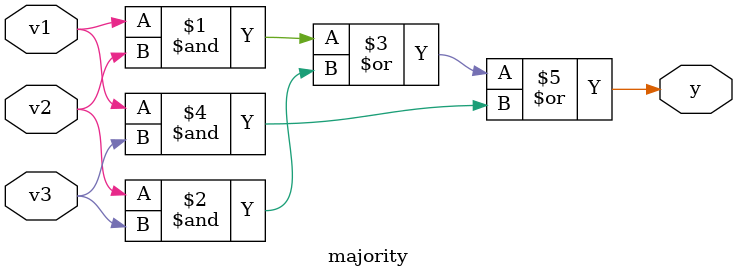
<source format=v>
module majority(y,v1,v2,v3);
input v1,v2,v3;
output y;
   
	assign y=v1&v2|v2&v3|v1&v3;



endmodule
</source>
